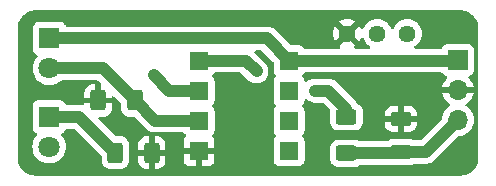
<source format=gbr>
%TF.GenerationSoftware,KiCad,Pcbnew,8.0.7*%
%TF.CreationDate,2026-02-24T14:52:02+05:30*%
%TF.ProjectId,IR Sensor,49522053-656e-4736-9f72-2e6b69636164,rev?*%
%TF.SameCoordinates,Original*%
%TF.FileFunction,Copper,L1,Top*%
%TF.FilePolarity,Positive*%
%FSLAX46Y46*%
G04 Gerber Fmt 4.6, Leading zero omitted, Abs format (unit mm)*
G04 Created by KiCad (PCBNEW 8.0.7) date 2026-02-24 14:52:02*
%MOMM*%
%LPD*%
G01*
G04 APERTURE LIST*
G04 Aperture macros list*
%AMRoundRect*
0 Rectangle with rounded corners*
0 $1 Rounding radius*
0 $2 $3 $4 $5 $6 $7 $8 $9 X,Y pos of 4 corners*
0 Add a 4 corners polygon primitive as box body*
4,1,4,$2,$3,$4,$5,$6,$7,$8,$9,$2,$3,0*
0 Add four circle primitives for the rounded corners*
1,1,$1+$1,$2,$3*
1,1,$1+$1,$4,$5*
1,1,$1+$1,$6,$7*
1,1,$1+$1,$8,$9*
0 Add four rect primitives between the rounded corners*
20,1,$1+$1,$2,$3,$4,$5,0*
20,1,$1+$1,$4,$5,$6,$7,0*
20,1,$1+$1,$6,$7,$8,$9,0*
20,1,$1+$1,$8,$9,$2,$3,0*%
G04 Aperture macros list end*
%TA.AperFunction,ComponentPad*%
%ADD10C,1.440000*%
%TD*%
%TA.AperFunction,SMDPad,CuDef*%
%ADD11RoundRect,0.250000X-0.400000X-0.625000X0.400000X-0.625000X0.400000X0.625000X-0.400000X0.625000X0*%
%TD*%
%TA.AperFunction,ComponentPad*%
%ADD12R,1.800000X1.800000*%
%TD*%
%TA.AperFunction,ComponentPad*%
%ADD13C,1.800000*%
%TD*%
%TA.AperFunction,SMDPad,CuDef*%
%ADD14RoundRect,0.250000X0.400000X0.625000X-0.400000X0.625000X-0.400000X-0.625000X0.400000X-0.625000X0*%
%TD*%
%TA.AperFunction,SMDPad,CuDef*%
%ADD15RoundRect,0.250000X-0.625000X0.375000X-0.625000X-0.375000X0.625000X-0.375000X0.625000X0.375000X0*%
%TD*%
%TA.AperFunction,ComponentPad*%
%ADD16R,1.700000X1.700000*%
%TD*%
%TA.AperFunction,ComponentPad*%
%ADD17O,1.700000X1.700000*%
%TD*%
%TA.AperFunction,SMDPad,CuDef*%
%ADD18R,1.600000X1.600000*%
%TD*%
%TA.AperFunction,SMDPad,CuDef*%
%ADD19RoundRect,0.250000X0.625000X-0.400000X0.625000X0.400000X-0.625000X0.400000X-0.625000X-0.400000X0*%
%TD*%
%TA.AperFunction,ViaPad*%
%ADD20C,0.300000*%
%TD*%
%TA.AperFunction,ViaPad*%
%ADD21C,0.600000*%
%TD*%
%TA.AperFunction,Conductor*%
%ADD22C,1.000000*%
%TD*%
G04 APERTURE END LIST*
D10*
%TO.P,RV1,1,1*%
%TO.N,+5V*%
X144476868Y-57465593D03*
%TO.P,RV1,2,2*%
%TO.N,Net-(U1A--)*%
X141936868Y-57465593D03*
%TO.P,RV1,3,3*%
%TO.N,GND*%
X139396868Y-57465593D03*
%TD*%
D11*
%TO.P,R1,1*%
%TO.N,Net-(D1-K)*%
X119754167Y-67547821D03*
%TO.P,R1,2*%
%TO.N,GND*%
X122854167Y-67547821D03*
%TD*%
D12*
%TO.P,D1,1,K*%
%TO.N,Net-(D1-K)*%
X114161931Y-64502840D03*
D13*
%TO.P,D1,2,A*%
%TO.N,+5V*%
X114161931Y-67042840D03*
%TD*%
D12*
%TO.P,D2,1,K*%
%TO.N,+5V*%
X114189867Y-57882102D03*
D13*
%TO.P,D2,2,A*%
%TO.N,Net-(D2-A)*%
X114189867Y-60422102D03*
%TD*%
D14*
%TO.P,R2,1*%
%TO.N,Net-(D2-A)*%
X121401516Y-63133996D03*
%TO.P,R2,2*%
%TO.N,GND*%
X118301516Y-63133996D03*
%TD*%
D15*
%TO.P,D3,1,K*%
%TO.N,GND*%
X143941051Y-64698862D03*
%TO.P,D3,2,A*%
%TO.N,OUT*%
X143941051Y-67498862D03*
%TD*%
D16*
%TO.P,J1,1,Pin_1*%
%TO.N,+5V*%
X148760415Y-59704166D03*
D17*
%TO.P,J1,2,Pin_2*%
%TO.N,GND*%
X148760415Y-62244166D03*
%TO.P,J1,3,Pin_3*%
%TO.N,OUT*%
X148760415Y-64784166D03*
%TD*%
D18*
%TO.P,LM358,1*%
%TO.N,Net-(R3-Pad2)*%
X126852641Y-59755339D03*
%TO.P,LM358,2,-*%
%TO.N,Net-(U1A--)*%
X126852641Y-62295339D03*
%TO.P,LM358,3,+*%
%TO.N,Net-(D2-A)*%
X126852641Y-64835339D03*
%TO.P,LM358,4,V-*%
%TO.N,GND*%
X126852641Y-67375339D03*
%TO.P,LM358,5*%
%TO.N,N/C*%
X134472641Y-67375339D03*
%TO.P,LM358,6*%
X134472641Y-64835339D03*
%TO.P,LM358,7*%
X134472641Y-62295339D03*
%TO.P,LM358,8,V+*%
%TO.N,+5V*%
X134472641Y-59755339D03*
%TD*%
D19*
%TO.P,R3,1*%
%TO.N,OUT*%
X139336645Y-67608166D03*
%TO.P,R3,2*%
%TO.N,Net-(R3-Pad2)*%
X139336645Y-64508166D03*
%TD*%
D20*
%TO.N,Net-(R3-Pad2)*%
X136670454Y-62307291D03*
X131720117Y-60670454D03*
D21*
%TO.N,Net-(U1A--)*%
X123000000Y-61000000D03*
%TD*%
D22*
%TO.N,Net-(D1-K)*%
X114161931Y-64502840D02*
X116709186Y-64502840D01*
X116709186Y-64502840D02*
X119754167Y-67547821D01*
%TO.N,+5V*%
X132599404Y-57882102D02*
X134472641Y-59755339D01*
X148709242Y-59755339D02*
X148760415Y-59704166D01*
X134472641Y-59755339D02*
X148709242Y-59755339D01*
X114189867Y-57882102D02*
X132599404Y-57882102D01*
%TO.N,Net-(D2-A)*%
X123102859Y-64835339D02*
X121401516Y-63133996D01*
X126836746Y-64819444D02*
X126852641Y-64835339D01*
X118689622Y-60422102D02*
X121401516Y-63133996D01*
X114189867Y-60422102D02*
X118689622Y-60422102D01*
X126852641Y-64835339D02*
X123102859Y-64835339D01*
%TO.N,OUT*%
X139336645Y-67608166D02*
X143831747Y-67608166D01*
X143941051Y-67498862D02*
X146045719Y-67498862D01*
X146045719Y-67498862D02*
X148760415Y-64784166D01*
X143831747Y-67608166D02*
X143941051Y-67498862D01*
%TO.N,Net-(R3-Pad2)*%
X137779092Y-62307291D02*
X139336645Y-63864844D01*
X139336645Y-63864844D02*
X139336645Y-64508166D01*
X130805002Y-59755339D02*
X131720117Y-60670454D01*
X126852641Y-59755339D02*
X130805002Y-59755339D01*
X136670454Y-62307291D02*
X137779092Y-62307291D01*
%TO.N,Net-(U1A--)*%
X124295339Y-62295339D02*
X123000000Y-61000000D01*
X126852641Y-62295339D02*
X124295339Y-62295339D01*
%TD*%
%TA.AperFunction,Conductor*%
%TO.N,GND*%
G36*
X140418451Y-58133622D02*
G01*
X140457454Y-58077922D01*
X140549942Y-57879579D01*
X140596114Y-57827140D01*
X140663308Y-57807987D01*
X140730189Y-57828202D01*
X140775524Y-57881367D01*
X140777359Y-57885898D01*
X140868892Y-58082190D01*
X140868894Y-58082194D01*
X140992187Y-58258275D01*
X141144185Y-58410273D01*
X141302697Y-58521264D01*
X141346322Y-58575841D01*
X141353516Y-58645339D01*
X141321993Y-58707694D01*
X141261763Y-58743108D01*
X141231574Y-58746839D01*
X140087341Y-58746839D01*
X140020302Y-58727154D01*
X139974547Y-58674350D01*
X139964603Y-58605192D01*
X139993628Y-58541636D01*
X140016216Y-58521265D01*
X140064898Y-58487176D01*
X139443315Y-57865593D01*
X139449529Y-57865593D01*
X139551262Y-57838334D01*
X139642474Y-57785673D01*
X139716948Y-57711199D01*
X139769609Y-57619987D01*
X139796868Y-57518254D01*
X139796868Y-57512039D01*
X140418451Y-58133622D01*
G37*
%TD.AperFunction*%
%TA.AperFunction,Conductor*%
G36*
X149004418Y-55500816D02*
G01*
X149204561Y-55515130D01*
X149222063Y-55517647D01*
X149413797Y-55559355D01*
X149430755Y-55564334D01*
X149614609Y-55632909D01*
X149630701Y-55640259D01*
X149802904Y-55734288D01*
X149817784Y-55743849D01*
X149974867Y-55861441D01*
X149988237Y-55873027D01*
X150126972Y-56011762D01*
X150138558Y-56025132D01*
X150256146Y-56182210D01*
X150265711Y-56197095D01*
X150359740Y-56369298D01*
X150367090Y-56385390D01*
X150435662Y-56569236D01*
X150440646Y-56586212D01*
X150482351Y-56777931D01*
X150484869Y-56795442D01*
X150499184Y-56995580D01*
X150499500Y-57004427D01*
X150499500Y-67995572D01*
X150499184Y-68004419D01*
X150484869Y-68204557D01*
X150482351Y-68222068D01*
X150440646Y-68413787D01*
X150435662Y-68430763D01*
X150367090Y-68614609D01*
X150359740Y-68630701D01*
X150265711Y-68802904D01*
X150256146Y-68817789D01*
X150138558Y-68974867D01*
X150126972Y-68988237D01*
X149988237Y-69126972D01*
X149974867Y-69138558D01*
X149817789Y-69256146D01*
X149802904Y-69265711D01*
X149630701Y-69359740D01*
X149614609Y-69367090D01*
X149430763Y-69435662D01*
X149413787Y-69440646D01*
X149222068Y-69482351D01*
X149204557Y-69484869D01*
X149023779Y-69497799D01*
X149004417Y-69499184D01*
X148995572Y-69499500D01*
X113004428Y-69499500D01*
X112995582Y-69499184D01*
X112973622Y-69497613D01*
X112795442Y-69484869D01*
X112777931Y-69482351D01*
X112586212Y-69440646D01*
X112569236Y-69435662D01*
X112385390Y-69367090D01*
X112369298Y-69359740D01*
X112197095Y-69265711D01*
X112182210Y-69256146D01*
X112025132Y-69138558D01*
X112011762Y-69126972D01*
X111873027Y-68988237D01*
X111861441Y-68974867D01*
X111814623Y-68912326D01*
X111743849Y-68817784D01*
X111734288Y-68802904D01*
X111640259Y-68630701D01*
X111632909Y-68614609D01*
X111604559Y-68538600D01*
X111564334Y-68430755D01*
X111559355Y-68413797D01*
X111517647Y-68222063D01*
X111515130Y-68204556D01*
X111506411Y-68082654D01*
X111500816Y-68004418D01*
X111500500Y-67995572D01*
X111500500Y-67042834D01*
X112748604Y-67042834D01*
X112748604Y-67042845D01*
X112767879Y-67275462D01*
X112825182Y-67501747D01*
X112918946Y-67715508D01*
X113046617Y-67910924D01*
X113182665Y-68058710D01*
X113204711Y-68082658D01*
X113388914Y-68226030D01*
X113388916Y-68226031D01*
X113388919Y-68226033D01*
X113492735Y-68282215D01*
X113594204Y-68337127D01*
X113708845Y-68376483D01*
X113814976Y-68412919D01*
X113814978Y-68412919D01*
X113814980Y-68412920D01*
X114045219Y-68451340D01*
X114045220Y-68451340D01*
X114278642Y-68451340D01*
X114278643Y-68451340D01*
X114508882Y-68412920D01*
X114729658Y-68337127D01*
X114934948Y-68226030D01*
X115119151Y-68082658D01*
X115277245Y-67910923D01*
X115404915Y-67715509D01*
X115498680Y-67501747D01*
X115555982Y-67275466D01*
X115575258Y-67042840D01*
X115555982Y-66810214D01*
X115498680Y-66583933D01*
X115404915Y-66370171D01*
X115318867Y-66238464D01*
X115277244Y-66174755D01*
X115190074Y-66080064D01*
X115159151Y-66017410D01*
X115167011Y-65947984D01*
X115211158Y-65893828D01*
X115237963Y-65879901D01*
X115308135Y-65853729D01*
X115425192Y-65766101D01*
X115512820Y-65649044D01*
X115534095Y-65592005D01*
X115575967Y-65536072D01*
X115641431Y-65511656D01*
X115650276Y-65511340D01*
X116240090Y-65511340D01*
X116307129Y-65531025D01*
X116327771Y-65547659D01*
X118559348Y-67779236D01*
X118592833Y-67840559D01*
X118595667Y-67866917D01*
X118595667Y-68223358D01*
X118595668Y-68223374D01*
X118606280Y-68327248D01*
X118662051Y-68495556D01*
X118662053Y-68495561D01*
X118684855Y-68532529D01*
X118755137Y-68646473D01*
X118880515Y-68771851D01*
X119031429Y-68864936D01*
X119199741Y-68920708D01*
X119303622Y-68931321D01*
X120204711Y-68931320D01*
X120308593Y-68920708D01*
X120476905Y-68864936D01*
X120627819Y-68771851D01*
X120753197Y-68646473D01*
X120846282Y-68495559D01*
X120902054Y-68327247D01*
X120912667Y-68223366D01*
X120912667Y-68222807D01*
X121704168Y-68222807D01*
X121714661Y-68325518D01*
X121769808Y-68491940D01*
X121769810Y-68491945D01*
X121861851Y-68641166D01*
X121985821Y-68765136D01*
X122135042Y-68857177D01*
X122135047Y-68857179D01*
X122301469Y-68912326D01*
X122301476Y-68912327D01*
X122404186Y-68922820D01*
X122604166Y-68922820D01*
X123104167Y-68922820D01*
X123304139Y-68922820D01*
X123304153Y-68922819D01*
X123406864Y-68912326D01*
X123573286Y-68857179D01*
X123573291Y-68857177D01*
X123722512Y-68765136D01*
X123846482Y-68641166D01*
X123938523Y-68491945D01*
X123938525Y-68491940D01*
X123993672Y-68325518D01*
X123993673Y-68325511D01*
X124004128Y-68223183D01*
X125552641Y-68223183D01*
X125559042Y-68282711D01*
X125559044Y-68282718D01*
X125609286Y-68417425D01*
X125609290Y-68417432D01*
X125695450Y-68532526D01*
X125695453Y-68532529D01*
X125810547Y-68618689D01*
X125810554Y-68618693D01*
X125945261Y-68668935D01*
X125945268Y-68668937D01*
X126004796Y-68675338D01*
X126004813Y-68675339D01*
X126602641Y-68675339D01*
X127102641Y-68675339D01*
X127700469Y-68675339D01*
X127700485Y-68675338D01*
X127760013Y-68668937D01*
X127760020Y-68668935D01*
X127894727Y-68618693D01*
X127894734Y-68618689D01*
X128009828Y-68532529D01*
X128009831Y-68532526D01*
X128095991Y-68417432D01*
X128095995Y-68417425D01*
X128146237Y-68282718D01*
X128146239Y-68282711D01*
X128152640Y-68223183D01*
X128152641Y-68223166D01*
X128152641Y-67625339D01*
X127102641Y-67625339D01*
X127102641Y-68675339D01*
X126602641Y-68675339D01*
X126602641Y-67625339D01*
X125552641Y-67625339D01*
X125552641Y-68223183D01*
X124004128Y-68223183D01*
X124004166Y-68222807D01*
X124004167Y-68222794D01*
X124004167Y-67797821D01*
X123104167Y-67797821D01*
X123104167Y-68922820D01*
X122604166Y-68922820D01*
X122604167Y-68922819D01*
X122604167Y-67797821D01*
X121704168Y-67797821D01*
X121704168Y-68222807D01*
X120912667Y-68222807D01*
X120912666Y-66872834D01*
X121704167Y-66872834D01*
X121704167Y-67297821D01*
X122604167Y-67297821D01*
X123104167Y-67297821D01*
X124004166Y-67297821D01*
X124004166Y-66872849D01*
X124004165Y-66872834D01*
X123993672Y-66770123D01*
X123938525Y-66603701D01*
X123938523Y-66603696D01*
X123846482Y-66454475D01*
X123722512Y-66330505D01*
X123573291Y-66238464D01*
X123573286Y-66238462D01*
X123406864Y-66183315D01*
X123406857Y-66183314D01*
X123304153Y-66172821D01*
X123104167Y-66172821D01*
X123104167Y-67297821D01*
X122604167Y-67297821D01*
X122604167Y-66172821D01*
X122404196Y-66172821D01*
X122404179Y-66172822D01*
X122301469Y-66183315D01*
X122135047Y-66238462D01*
X122135042Y-66238464D01*
X121985821Y-66330505D01*
X121861851Y-66454475D01*
X121769810Y-66603696D01*
X121769808Y-66603701D01*
X121714661Y-66770123D01*
X121714660Y-66770130D01*
X121704167Y-66872834D01*
X120912666Y-66872834D01*
X120912666Y-66872277D01*
X120902054Y-66768395D01*
X120846282Y-66600083D01*
X120753197Y-66449169D01*
X120627819Y-66323791D01*
X120489483Y-66238464D01*
X120476907Y-66230707D01*
X120476902Y-66230705D01*
X120308594Y-66174934D01*
X120204719Y-66164321D01*
X120204712Y-66164321D01*
X119848263Y-66164321D01*
X119781224Y-66144636D01*
X119760582Y-66128002D01*
X118353256Y-64720676D01*
X118319771Y-64659353D01*
X118324755Y-64589661D01*
X118366627Y-64533728D01*
X118432091Y-64509311D01*
X118440937Y-64508995D01*
X118751488Y-64508995D01*
X118751502Y-64508994D01*
X118854213Y-64498501D01*
X119020635Y-64443354D01*
X119020640Y-64443352D01*
X119169861Y-64351311D01*
X119293831Y-64227341D01*
X119385872Y-64078120D01*
X119385874Y-64078115D01*
X119441021Y-63911693D01*
X119441022Y-63911686D01*
X119451515Y-63808982D01*
X119451516Y-63808969D01*
X119451516Y-63383996D01*
X117151518Y-63383996D01*
X117151516Y-63383997D01*
X117151516Y-63411474D01*
X117131831Y-63478513D01*
X117079026Y-63524267D01*
X117009867Y-63534210D01*
X117003325Y-63533089D01*
X116808519Y-63494340D01*
X116808515Y-63494340D01*
X115650276Y-63494340D01*
X115583237Y-63474655D01*
X115537482Y-63421851D01*
X115534095Y-63413675D01*
X115516262Y-63365865D01*
X115512820Y-63356636D01*
X115425192Y-63239579D01*
X115308135Y-63151951D01*
X115286756Y-63143977D01*
X115171134Y-63100851D01*
X115110585Y-63094340D01*
X115110569Y-63094340D01*
X113213293Y-63094340D01*
X113213276Y-63094340D01*
X113152728Y-63100851D01*
X113152726Y-63100851D01*
X113015726Y-63151951D01*
X112898670Y-63239579D01*
X112811042Y-63356635D01*
X112759942Y-63493635D01*
X112759942Y-63493637D01*
X112753431Y-63554185D01*
X112753431Y-65451494D01*
X112759942Y-65512042D01*
X112759942Y-65512044D01*
X112800743Y-65621431D01*
X112811042Y-65649044D01*
X112898670Y-65766101D01*
X113015727Y-65853729D01*
X113015726Y-65853729D01*
X113085892Y-65879900D01*
X113141826Y-65921771D01*
X113166242Y-65987236D01*
X113151390Y-66055509D01*
X113133788Y-66080064D01*
X113046614Y-66174759D01*
X112918946Y-66370171D01*
X112825182Y-66583932D01*
X112767879Y-66810217D01*
X112748604Y-67042834D01*
X111500500Y-67042834D01*
X111500500Y-62459009D01*
X117151516Y-62459009D01*
X117151516Y-62883996D01*
X118051516Y-62883996D01*
X118051516Y-61758996D01*
X117851545Y-61758996D01*
X117851528Y-61758997D01*
X117748818Y-61769490D01*
X117582396Y-61824637D01*
X117582391Y-61824639D01*
X117433170Y-61916680D01*
X117309200Y-62040650D01*
X117217159Y-62189871D01*
X117217157Y-62189876D01*
X117162010Y-62356298D01*
X117162009Y-62356305D01*
X117151516Y-62459009D01*
X111500500Y-62459009D01*
X111500500Y-60422096D01*
X112776540Y-60422096D01*
X112776540Y-60422107D01*
X112795815Y-60654724D01*
X112795815Y-60654727D01*
X112795816Y-60654728D01*
X112808757Y-60705831D01*
X112853118Y-60881009D01*
X112946882Y-61094770D01*
X113074553Y-61290186D01*
X113232643Y-61461916D01*
X113232647Y-61461920D01*
X113416850Y-61605292D01*
X113416852Y-61605293D01*
X113416855Y-61605295D01*
X113526091Y-61664410D01*
X113622140Y-61716389D01*
X113689754Y-61739601D01*
X113842912Y-61792181D01*
X113842914Y-61792181D01*
X113842916Y-61792182D01*
X114073155Y-61830602D01*
X114073156Y-61830602D01*
X114306578Y-61830602D01*
X114306579Y-61830602D01*
X114536818Y-61792182D01*
X114536938Y-61792141D01*
X114602917Y-61769490D01*
X114757594Y-61716389D01*
X114962884Y-61605292D01*
X115147087Y-61461920D01*
X115147087Y-61461919D01*
X115151134Y-61458770D01*
X115152159Y-61460086D01*
X115208181Y-61432447D01*
X115229493Y-61430602D01*
X118220526Y-61430602D01*
X118287565Y-61450287D01*
X118308207Y-61466921D01*
X118515197Y-61673911D01*
X118548682Y-61735234D01*
X118551516Y-61761592D01*
X118551516Y-62883996D01*
X119451515Y-62883996D01*
X119462154Y-62873356D01*
X119471200Y-62842552D01*
X119524004Y-62796797D01*
X119593162Y-62786853D01*
X119656718Y-62815878D01*
X119663196Y-62821910D01*
X120206697Y-63365411D01*
X120240182Y-63426734D01*
X120243016Y-63453092D01*
X120243016Y-63809533D01*
X120243017Y-63809549D01*
X120253629Y-63913423D01*
X120264722Y-63946900D01*
X120309401Y-64081734D01*
X120402486Y-64232648D01*
X120527864Y-64358026D01*
X120678778Y-64451111D01*
X120847090Y-64506883D01*
X120950971Y-64517496D01*
X121307419Y-64517495D01*
X121374458Y-64537179D01*
X121395100Y-64553814D01*
X122319506Y-65478220D01*
X122433291Y-65592005D01*
X122459979Y-65618693D01*
X122625148Y-65729056D01*
X122625154Y-65729059D01*
X122625155Y-65729060D01*
X122808690Y-65805083D01*
X123003525Y-65843838D01*
X123003529Y-65843839D01*
X123003530Y-65843839D01*
X125511457Y-65843839D01*
X125578496Y-65863524D01*
X125610723Y-65893527D01*
X125689380Y-65998600D01*
X125706454Y-66011381D01*
X125748324Y-66067314D01*
X125753308Y-66137005D01*
X125719823Y-66198328D01*
X125706458Y-66209910D01*
X125695452Y-66218149D01*
X125695450Y-66218151D01*
X125609290Y-66333245D01*
X125609286Y-66333252D01*
X125559044Y-66467959D01*
X125559042Y-66467966D01*
X125552641Y-66527494D01*
X125552641Y-67125339D01*
X128152641Y-67125339D01*
X128152641Y-66527511D01*
X128152640Y-66527494D01*
X128146239Y-66467966D01*
X128146237Y-66467959D01*
X128095995Y-66333252D01*
X128095991Y-66333245D01*
X128009831Y-66218151D01*
X128009829Y-66218149D01*
X127998826Y-66209912D01*
X127956956Y-66153977D01*
X127951973Y-66084286D01*
X127985460Y-66022963D01*
X127998821Y-66011386D01*
X128015902Y-65998600D01*
X128103530Y-65881543D01*
X128154630Y-65744540D01*
X128158232Y-65711031D01*
X128161140Y-65683993D01*
X128161141Y-65683976D01*
X128161141Y-63986701D01*
X128161140Y-63986684D01*
X128156243Y-63941144D01*
X128154630Y-63926138D01*
X128149887Y-63913422D01*
X128111144Y-63809549D01*
X128103530Y-63789135D01*
X128015902Y-63672078D01*
X128005919Y-63664605D01*
X127964049Y-63608674D01*
X127959063Y-63538983D01*
X127992547Y-63477659D01*
X128005919Y-63466073D01*
X128015902Y-63458600D01*
X128103530Y-63341543D01*
X128154630Y-63204540D01*
X128160284Y-63151951D01*
X128161140Y-63143993D01*
X128161141Y-63143976D01*
X128161141Y-61446701D01*
X128161140Y-61446684D01*
X128157579Y-61413568D01*
X128154630Y-61386138D01*
X128103530Y-61249135D01*
X128015902Y-61132078D01*
X128005919Y-61124605D01*
X127964049Y-61068674D01*
X127959063Y-60998983D01*
X127992547Y-60937659D01*
X128005919Y-60926073D01*
X128015902Y-60918600D01*
X128094558Y-60813527D01*
X128150492Y-60771657D01*
X128193825Y-60763839D01*
X130335906Y-60763839D01*
X130402945Y-60783524D01*
X130423587Y-60800158D01*
X131077232Y-61453804D01*
X131077236Y-61453807D01*
X131242406Y-61564171D01*
X131242415Y-61564176D01*
X131283992Y-61581397D01*
X131425949Y-61640198D01*
X131547671Y-61664410D01*
X131620783Y-61678953D01*
X131620786Y-61678954D01*
X131620788Y-61678954D01*
X131819448Y-61678954D01*
X131819449Y-61678953D01*
X132014285Y-61640198D01*
X132197821Y-61564175D01*
X132362998Y-61453807D01*
X132503470Y-61313335D01*
X132613838Y-61148158D01*
X132689861Y-60964622D01*
X132728617Y-60769783D01*
X132728617Y-60571125D01*
X132728617Y-60571122D01*
X132728616Y-60571120D01*
X132689862Y-60376293D01*
X132689861Y-60376286D01*
X132623737Y-60216649D01*
X132613839Y-60192752D01*
X132613834Y-60192743D01*
X132503470Y-60027573D01*
X132503467Y-60027569D01*
X131578181Y-59102283D01*
X131544696Y-59040960D01*
X131549680Y-58971268D01*
X131591552Y-58915335D01*
X131657016Y-58890918D01*
X131665862Y-58890602D01*
X132130308Y-58890602D01*
X132197347Y-58910287D01*
X132217989Y-58926921D01*
X133127822Y-59836754D01*
X133161307Y-59898077D01*
X133164141Y-59924435D01*
X133164141Y-60603993D01*
X133170652Y-60664541D01*
X133170652Y-60664543D01*
X133221752Y-60801543D01*
X133309380Y-60918600D01*
X133319363Y-60926073D01*
X133361233Y-60982007D01*
X133366217Y-61051699D01*
X133332731Y-61113021D01*
X133319363Y-61124605D01*
X133309380Y-61132077D01*
X133221752Y-61249134D01*
X133170652Y-61386134D01*
X133170652Y-61386136D01*
X133164141Y-61446684D01*
X133164141Y-63143993D01*
X133170652Y-63204541D01*
X133170652Y-63204543D01*
X133221752Y-63341543D01*
X133309380Y-63458600D01*
X133319363Y-63466073D01*
X133361233Y-63522007D01*
X133366217Y-63591699D01*
X133332731Y-63653021D01*
X133319363Y-63664605D01*
X133309380Y-63672077D01*
X133221752Y-63789134D01*
X133170652Y-63926134D01*
X133170652Y-63926136D01*
X133164141Y-63986684D01*
X133164141Y-65683993D01*
X133170652Y-65744541D01*
X133170652Y-65744543D01*
X133221752Y-65881543D01*
X133309380Y-65998600D01*
X133319363Y-66006073D01*
X133361233Y-66062007D01*
X133366217Y-66131699D01*
X133332731Y-66193021D01*
X133319363Y-66204605D01*
X133309380Y-66212077D01*
X133221752Y-66329134D01*
X133170652Y-66466134D01*
X133170652Y-66466136D01*
X133164141Y-66526684D01*
X133164141Y-68223993D01*
X133170652Y-68284541D01*
X133170652Y-68284543D01*
X133210949Y-68392579D01*
X133221752Y-68421543D01*
X133309380Y-68538600D01*
X133426437Y-68626228D01*
X133540938Y-68668935D01*
X133558104Y-68675338D01*
X133563440Y-68677328D01*
X133590691Y-68680257D01*
X133623986Y-68683838D01*
X133624003Y-68683839D01*
X135321279Y-68683839D01*
X135321295Y-68683838D01*
X135348333Y-68680930D01*
X135381842Y-68677328D01*
X135387178Y-68675338D01*
X135404344Y-68668935D01*
X135518845Y-68626228D01*
X135635902Y-68538600D01*
X135723530Y-68421543D01*
X135774630Y-68284540D01*
X135778232Y-68251031D01*
X135781140Y-68223993D01*
X135781141Y-68223976D01*
X135781141Y-66526701D01*
X135781140Y-66526684D01*
X135777234Y-66490362D01*
X135774630Y-66466138D01*
X135768486Y-66449666D01*
X135752163Y-66405903D01*
X135723530Y-66329135D01*
X135635902Y-66212078D01*
X135625919Y-66204605D01*
X135584049Y-66148674D01*
X135579063Y-66078983D01*
X135612547Y-66017659D01*
X135625919Y-66006073D01*
X135635902Y-65998600D01*
X135723530Y-65881543D01*
X135774630Y-65744540D01*
X135778232Y-65711031D01*
X135781140Y-65683993D01*
X135781141Y-65683976D01*
X135781141Y-63986701D01*
X135781140Y-63986684D01*
X135776243Y-63941144D01*
X135774630Y-63926138D01*
X135769887Y-63913422D01*
X135731144Y-63809549D01*
X135723530Y-63789135D01*
X135635902Y-63672078D01*
X135625919Y-63664605D01*
X135584049Y-63608674D01*
X135579063Y-63538983D01*
X135612547Y-63477659D01*
X135625919Y-63466073D01*
X135635902Y-63458600D01*
X135723530Y-63341543D01*
X135774630Y-63204540D01*
X135780284Y-63151951D01*
X135781140Y-63143993D01*
X135781141Y-63143976D01*
X135781141Y-63143575D01*
X135781167Y-63143485D01*
X135781318Y-63140670D01*
X135781496Y-63140679D01*
X135781497Y-63140674D01*
X135781600Y-63140685D01*
X135781983Y-63140705D01*
X135800826Y-63076536D01*
X135853630Y-63030781D01*
X135922788Y-63020837D01*
X135986344Y-63049862D01*
X135992822Y-63055894D01*
X136027569Y-63090641D01*
X136027573Y-63090644D01*
X136192743Y-63201008D01*
X136192752Y-63201013D01*
X136234328Y-63218234D01*
X136376285Y-63277035D01*
X136571120Y-63315790D01*
X136571124Y-63315791D01*
X136571125Y-63315791D01*
X137309996Y-63315791D01*
X137377035Y-63335476D01*
X137397677Y-63352110D01*
X137925387Y-63879821D01*
X137958872Y-63941144D01*
X137961064Y-63980104D01*
X137953145Y-64057611D01*
X137953145Y-64958703D01*
X137953146Y-64958719D01*
X137963758Y-65062593D01*
X137984056Y-65123848D01*
X138019530Y-65230904D01*
X138112615Y-65381818D01*
X138237993Y-65507196D01*
X138388907Y-65600281D01*
X138557219Y-65656053D01*
X138661100Y-65666666D01*
X140012189Y-65666665D01*
X140116071Y-65656053D01*
X140284383Y-65600281D01*
X140435297Y-65507196D01*
X140560675Y-65381818D01*
X140653760Y-65230904D01*
X140689234Y-65123848D01*
X142566052Y-65123848D01*
X142576545Y-65226559D01*
X142631692Y-65392981D01*
X142631694Y-65392986D01*
X142723735Y-65542207D01*
X142847705Y-65666177D01*
X142996926Y-65758218D01*
X142996931Y-65758220D01*
X143163353Y-65813367D01*
X143163360Y-65813368D01*
X143266070Y-65823861D01*
X143691050Y-65823861D01*
X144191051Y-65823861D01*
X144616023Y-65823861D01*
X144616037Y-65823860D01*
X144718748Y-65813367D01*
X144885170Y-65758220D01*
X144885175Y-65758218D01*
X145034396Y-65666177D01*
X145158366Y-65542207D01*
X145250407Y-65392986D01*
X145250409Y-65392981D01*
X145305556Y-65226559D01*
X145305557Y-65226552D01*
X145316050Y-65123848D01*
X145316051Y-65123835D01*
X145316051Y-64948862D01*
X144191051Y-64948862D01*
X144191051Y-65823861D01*
X143691050Y-65823861D01*
X143691051Y-65823860D01*
X143691051Y-64948862D01*
X142566052Y-64948862D01*
X142566052Y-65123848D01*
X140689234Y-65123848D01*
X140709532Y-65062592D01*
X140720145Y-64958711D01*
X140720144Y-64273875D01*
X142566051Y-64273875D01*
X142566051Y-64448862D01*
X143691051Y-64448862D01*
X144191051Y-64448862D01*
X145316050Y-64448862D01*
X145316050Y-64273890D01*
X145316049Y-64273875D01*
X145305556Y-64171164D01*
X145250409Y-64004742D01*
X145250407Y-64004737D01*
X145158366Y-63855516D01*
X145034396Y-63731546D01*
X144885175Y-63639505D01*
X144885170Y-63639503D01*
X144718748Y-63584356D01*
X144718741Y-63584355D01*
X144616037Y-63573862D01*
X144191051Y-63573862D01*
X144191051Y-64448862D01*
X143691051Y-64448862D01*
X143691051Y-63573862D01*
X143266079Y-63573862D01*
X143266063Y-63573863D01*
X143163353Y-63584356D01*
X142996931Y-63639503D01*
X142996926Y-63639505D01*
X142847705Y-63731546D01*
X142723735Y-63855516D01*
X142631694Y-64004737D01*
X142631692Y-64004742D01*
X142576545Y-64171164D01*
X142576544Y-64171171D01*
X142566051Y-64273875D01*
X140720144Y-64273875D01*
X140720144Y-64057622D01*
X140709532Y-63953740D01*
X140653760Y-63785428D01*
X140560675Y-63634514D01*
X140435297Y-63509136D01*
X140284383Y-63416051D01*
X140284382Y-63416050D01*
X140284381Y-63416050D01*
X140280246Y-63414680D01*
X140222802Y-63374906D01*
X140216159Y-63365878D01*
X140119999Y-63221963D01*
X140119997Y-63221960D01*
X140119996Y-63221959D01*
X138421976Y-61523940D01*
X138421972Y-61523937D01*
X138256802Y-61413573D01*
X138256793Y-61413568D01*
X138204350Y-61391846D01*
X138073261Y-61337547D01*
X138073253Y-61337545D01*
X137878425Y-61298791D01*
X137878421Y-61298791D01*
X136571125Y-61298791D01*
X136571120Y-61298791D01*
X136376292Y-61337545D01*
X136376284Y-61337547D01*
X136192752Y-61413568D01*
X136192743Y-61413573D01*
X136027573Y-61523937D01*
X136027569Y-61523940D01*
X135992822Y-61558688D01*
X135931499Y-61592173D01*
X135861807Y-61587189D01*
X135805874Y-61545317D01*
X135781457Y-61479853D01*
X135781141Y-61471007D01*
X135781141Y-61446701D01*
X135781140Y-61446684D01*
X135777579Y-61413568D01*
X135774630Y-61386138D01*
X135723530Y-61249135D01*
X135635902Y-61132078D01*
X135625919Y-61124605D01*
X135584049Y-61068674D01*
X135579063Y-60998983D01*
X135612547Y-60937659D01*
X135625919Y-60926073D01*
X135635902Y-60918600D01*
X135714558Y-60813527D01*
X135770492Y-60771657D01*
X135813825Y-60763839D01*
X147370109Y-60763839D01*
X147437148Y-60783524D01*
X147469375Y-60813527D01*
X147547154Y-60917427D01*
X147664211Y-61005055D01*
X147793797Y-61053388D01*
X147849728Y-61095259D01*
X147874145Y-61160723D01*
X147859293Y-61228996D01*
X147838143Y-61257250D01*
X147722301Y-61373092D01*
X147586815Y-61566586D01*
X147586814Y-61566588D01*
X147486985Y-61780673D01*
X147486982Y-61780679D01*
X147429779Y-61994165D01*
X147429779Y-61994166D01*
X148327403Y-61994166D01*
X148294490Y-62051173D01*
X148260415Y-62178340D01*
X148260415Y-62309992D01*
X148294490Y-62437159D01*
X148327403Y-62494166D01*
X147429779Y-62494166D01*
X147486982Y-62707652D01*
X147486985Y-62707658D01*
X147586814Y-62921744D01*
X147722309Y-63115248D01*
X147889332Y-63282271D01*
X148070217Y-63408929D01*
X148113842Y-63463506D01*
X148121034Y-63533005D01*
X148089512Y-63595359D01*
X148058112Y-63619558D01*
X148014842Y-63642975D01*
X148014837Y-63642978D01*
X147837176Y-63781258D01*
X147837171Y-63781263D01*
X147684699Y-63946889D01*
X147684691Y-63946900D01*
X147561555Y-64135373D01*
X147471118Y-64341551D01*
X147415851Y-64559794D01*
X147415849Y-64559806D01*
X147406711Y-64670088D01*
X147381558Y-64735273D01*
X147370816Y-64747529D01*
X145664304Y-66454043D01*
X145602981Y-66487528D01*
X145576623Y-66490362D01*
X145018986Y-66490362D01*
X144953890Y-66471901D01*
X144888786Y-66431745D01*
X144720479Y-66375975D01*
X144616596Y-66365362D01*
X143265513Y-66365362D01*
X143265497Y-66365363D01*
X143161623Y-66375975D01*
X142993315Y-66431746D01*
X142993310Y-66431748D01*
X142842397Y-66524833D01*
X142803884Y-66563347D01*
X142742561Y-66596832D01*
X142716203Y-66599666D01*
X140455111Y-66599666D01*
X140390014Y-66581205D01*
X140361062Y-66563347D01*
X140284383Y-66516051D01*
X140284382Y-66516050D01*
X140284378Y-66516048D01*
X140116073Y-66460279D01*
X140012190Y-66449666D01*
X138661107Y-66449666D01*
X138661091Y-66449667D01*
X138557217Y-66460279D01*
X138388909Y-66516050D01*
X138388904Y-66516052D01*
X138237991Y-66609137D01*
X138112616Y-66734512D01*
X138019531Y-66885425D01*
X138019529Y-66885430D01*
X137963758Y-67053738D01*
X137953145Y-67157613D01*
X137953145Y-68058703D01*
X137953146Y-68058719D01*
X137963758Y-68162593D01*
X138019529Y-68330901D01*
X138019531Y-68330906D01*
X138054787Y-68388064D01*
X138112615Y-68481818D01*
X138237993Y-68607196D01*
X138388907Y-68700281D01*
X138557219Y-68756053D01*
X138661100Y-68766666D01*
X140012189Y-68766665D01*
X140116071Y-68756053D01*
X140199493Y-68728409D01*
X140284378Y-68700283D01*
X140284379Y-68700282D01*
X140284383Y-68700281D01*
X140390014Y-68635126D01*
X140455111Y-68616666D01*
X143126275Y-68616666D01*
X143154801Y-68621270D01*
X143155002Y-68620332D01*
X143161619Y-68621748D01*
X143161623Y-68621748D01*
X143161625Y-68621749D01*
X143265506Y-68632362D01*
X144616595Y-68632361D01*
X144720477Y-68621749D01*
X144888786Y-68565978D01*
X144888787Y-68565978D01*
X144953890Y-68525823D01*
X145018986Y-68507362D01*
X146145049Y-68507362D01*
X146145050Y-68507361D01*
X146339888Y-68468606D01*
X146523423Y-68392583D01*
X146688600Y-68282215D01*
X146829072Y-68141743D01*
X148791958Y-66178856D01*
X148853279Y-66145373D01*
X148869408Y-66142962D01*
X148872971Y-66142666D01*
X148872984Y-66142666D01*
X149095050Y-66105610D01*
X149307989Y-66032508D01*
X149505991Y-65925355D01*
X149683655Y-65787072D01*
X149794499Y-65666665D01*
X149836130Y-65621442D01*
X149836131Y-65621440D01*
X149836137Y-65621434D01*
X149959275Y-65432957D01*
X150049711Y-65226782D01*
X150104979Y-65008534D01*
X150123571Y-64784166D01*
X150120535Y-64747529D01*
X150104980Y-64559806D01*
X150104978Y-64559794D01*
X150049711Y-64341551D01*
X150020032Y-64273890D01*
X149959275Y-64135375D01*
X149921868Y-64078120D01*
X149873925Y-64004737D01*
X149836137Y-63946898D01*
X149836134Y-63946895D01*
X149836130Y-63946889D01*
X149683658Y-63781263D01*
X149683653Y-63781258D01*
X149565212Y-63689071D01*
X149505992Y-63642977D01*
X149462718Y-63619559D01*
X149413128Y-63570339D01*
X149398020Y-63502123D01*
X149422190Y-63436567D01*
X149450613Y-63408929D01*
X149631494Y-63282274D01*
X149798520Y-63115248D01*
X149934015Y-62921744D01*
X150033844Y-62707658D01*
X150033847Y-62707652D01*
X150091051Y-62494166D01*
X149193427Y-62494166D01*
X149226340Y-62437159D01*
X149260415Y-62309992D01*
X149260415Y-62178340D01*
X149226340Y-62051173D01*
X149193427Y-61994166D01*
X150091051Y-61994166D01*
X150091050Y-61994165D01*
X150033847Y-61780679D01*
X150033844Y-61780673D01*
X149934015Y-61566588D01*
X149934014Y-61566586D01*
X149798528Y-61373092D01*
X149798523Y-61373086D01*
X149682687Y-61257250D01*
X149649202Y-61195927D01*
X149654186Y-61126235D01*
X149696058Y-61070302D01*
X149727027Y-61053390D01*
X149856619Y-61005055D01*
X149973676Y-60917427D01*
X150061304Y-60800370D01*
X150111966Y-60664541D01*
X150112403Y-60663370D01*
X150112403Y-60663369D01*
X150112404Y-60663367D01*
X150116006Y-60629858D01*
X150118914Y-60602820D01*
X150118915Y-60602803D01*
X150118915Y-58805528D01*
X150118914Y-58805511D01*
X150112571Y-58746523D01*
X150112404Y-58744965D01*
X150111711Y-58743108D01*
X150075245Y-58645339D01*
X150061304Y-58607962D01*
X149973676Y-58490905D01*
X149856619Y-58403277D01*
X149719618Y-58352177D01*
X149659069Y-58345666D01*
X149659053Y-58345666D01*
X147861777Y-58345666D01*
X147861760Y-58345666D01*
X147801212Y-58352177D01*
X147801210Y-58352177D01*
X147664210Y-58403277D01*
X147547154Y-58490905D01*
X147459527Y-58607959D01*
X147459526Y-58607962D01*
X147437813Y-58666175D01*
X147395943Y-58722106D01*
X147330479Y-58746523D01*
X147321633Y-58746839D01*
X145182162Y-58746839D01*
X145115123Y-58727154D01*
X145069368Y-58674350D01*
X145059424Y-58605192D01*
X145088449Y-58541636D01*
X145111039Y-58521264D01*
X145245442Y-58427154D01*
X145269549Y-58410274D01*
X145421549Y-58258274D01*
X145544844Y-58082190D01*
X145635690Y-57887370D01*
X145691326Y-57679735D01*
X145710061Y-57465593D01*
X145691326Y-57251451D01*
X145635690Y-57043816D01*
X145544844Y-56848997D01*
X145421549Y-56672912D01*
X145421547Y-56672909D01*
X145269550Y-56520912D01*
X145093469Y-56397619D01*
X145093465Y-56397617D01*
X145049434Y-56377085D01*
X144898645Y-56306771D01*
X144898642Y-56306770D01*
X144898640Y-56306769D01*
X144691012Y-56251135D01*
X144691004Y-56251134D01*
X144476870Y-56232400D01*
X144476866Y-56232400D01*
X144262731Y-56251134D01*
X144262723Y-56251135D01*
X144055095Y-56306769D01*
X144055089Y-56306772D01*
X143860273Y-56397616D01*
X143860271Y-56397617D01*
X143684184Y-56520913D01*
X143532188Y-56672909D01*
X143408892Y-56848996D01*
X143408891Y-56848998D01*
X143319250Y-57041234D01*
X143273077Y-57093673D01*
X143205884Y-57112825D01*
X143139003Y-57092609D01*
X143094486Y-57041234D01*
X143092276Y-57036495D01*
X143004844Y-56848997D01*
X142881549Y-56672912D01*
X142881547Y-56672909D01*
X142729550Y-56520912D01*
X142553469Y-56397619D01*
X142553465Y-56397617D01*
X142509434Y-56377085D01*
X142358645Y-56306771D01*
X142358642Y-56306770D01*
X142358640Y-56306769D01*
X142151012Y-56251135D01*
X142151004Y-56251134D01*
X141936870Y-56232400D01*
X141936866Y-56232400D01*
X141722731Y-56251134D01*
X141722723Y-56251135D01*
X141515095Y-56306769D01*
X141515089Y-56306772D01*
X141320273Y-56397616D01*
X141320271Y-56397617D01*
X141144184Y-56520913D01*
X140992188Y-56672909D01*
X140868892Y-56848996D01*
X140868891Y-56848998D01*
X140775758Y-57048723D01*
X140774170Y-57047982D01*
X140737381Y-57097907D01*
X140672102Y-57122816D01*
X140603720Y-57108479D01*
X140553944Y-57059447D01*
X140549943Y-57051606D01*
X140457456Y-56853266D01*
X140457450Y-56853256D01*
X140418452Y-56797561D01*
X139796868Y-57419145D01*
X139796868Y-57412932D01*
X139769609Y-57311199D01*
X139716948Y-57219987D01*
X139642474Y-57145513D01*
X139551262Y-57092852D01*
X139449529Y-57065593D01*
X139443315Y-57065593D01*
X140064898Y-56444008D01*
X140009197Y-56405006D01*
X139815727Y-56314790D01*
X139815721Y-56314787D01*
X139609530Y-56259538D01*
X139609522Y-56259537D01*
X139396870Y-56240933D01*
X139396866Y-56240933D01*
X139184213Y-56259537D01*
X139184205Y-56259538D01*
X138978014Y-56314787D01*
X138978008Y-56314790D01*
X138784539Y-56405005D01*
X138784537Y-56405006D01*
X138728837Y-56444008D01*
X138728836Y-56444008D01*
X139350422Y-57065593D01*
X139344207Y-57065593D01*
X139242474Y-57092852D01*
X139151262Y-57145513D01*
X139076788Y-57219987D01*
X139024127Y-57311199D01*
X138996868Y-57412932D01*
X138996868Y-57419146D01*
X138375283Y-56797561D01*
X138375283Y-56797562D01*
X138336281Y-56853262D01*
X138336280Y-56853264D01*
X138246065Y-57046733D01*
X138246062Y-57046739D01*
X138190813Y-57252930D01*
X138190812Y-57252938D01*
X138172208Y-57465590D01*
X138172208Y-57465595D01*
X138190812Y-57678247D01*
X138190813Y-57678255D01*
X138246062Y-57884446D01*
X138246065Y-57884452D01*
X138336281Y-58077922D01*
X138375283Y-58133623D01*
X138996868Y-57512038D01*
X138996868Y-57518254D01*
X139024127Y-57619987D01*
X139076788Y-57711199D01*
X139151262Y-57785673D01*
X139242474Y-57838334D01*
X139344207Y-57865593D01*
X139350422Y-57865593D01*
X138728836Y-58487177D01*
X138777518Y-58521265D01*
X138821143Y-58575842D01*
X138828335Y-58645340D01*
X138796813Y-58707695D01*
X138736582Y-58743108D01*
X138706394Y-58746839D01*
X135813825Y-58746839D01*
X135746786Y-58727154D01*
X135714558Y-58697150D01*
X135691369Y-58666173D01*
X135635902Y-58592078D01*
X135518845Y-58504450D01*
X135472535Y-58487177D01*
X135381844Y-58453350D01*
X135321295Y-58446839D01*
X135321279Y-58446839D01*
X134641737Y-58446839D01*
X134574698Y-58427154D01*
X134554056Y-58410520D01*
X133242288Y-57098751D01*
X133242284Y-57098748D01*
X133077114Y-56988384D01*
X133077105Y-56988379D01*
X133009643Y-56960436D01*
X132893573Y-56912358D01*
X132893565Y-56912356D01*
X132698737Y-56873602D01*
X132698733Y-56873602D01*
X115678212Y-56873602D01*
X115611173Y-56853917D01*
X115565418Y-56801113D01*
X115562031Y-56792937D01*
X115554619Y-56773065D01*
X115540756Y-56735898D01*
X115453128Y-56618841D01*
X115336071Y-56531213D01*
X115308456Y-56520913D01*
X115199070Y-56480113D01*
X115138521Y-56473602D01*
X115138505Y-56473602D01*
X113241229Y-56473602D01*
X113241212Y-56473602D01*
X113180664Y-56480113D01*
X113180662Y-56480113D01*
X113043662Y-56531213D01*
X112926606Y-56618841D01*
X112838978Y-56735897D01*
X112787878Y-56872897D01*
X112787878Y-56872899D01*
X112781367Y-56933447D01*
X112781367Y-58830756D01*
X112787878Y-58891304D01*
X112787878Y-58891306D01*
X112833867Y-59014602D01*
X112838978Y-59028306D01*
X112926606Y-59145363D01*
X113043663Y-59232991D01*
X113043662Y-59232991D01*
X113113828Y-59259162D01*
X113169762Y-59301033D01*
X113194178Y-59366498D01*
X113179326Y-59434771D01*
X113161724Y-59459326D01*
X113074550Y-59554021D01*
X112946882Y-59749433D01*
X112853118Y-59963194D01*
X112795815Y-60189479D01*
X112776540Y-60422096D01*
X111500500Y-60422096D01*
X111500500Y-57004427D01*
X111500816Y-56995581D01*
X111506768Y-56912358D01*
X111515130Y-56795436D01*
X111517646Y-56777938D01*
X111559356Y-56586199D01*
X111564333Y-56569248D01*
X111632911Y-56385385D01*
X111640259Y-56369298D01*
X111670024Y-56314787D01*
X111734291Y-56197089D01*
X111743845Y-56182221D01*
X111861448Y-56025123D01*
X111873020Y-56011769D01*
X112011769Y-55873020D01*
X112025123Y-55861448D01*
X112182221Y-55743845D01*
X112197089Y-55734291D01*
X112369298Y-55640258D01*
X112385385Y-55632911D01*
X112569248Y-55564333D01*
X112586199Y-55559356D01*
X112777938Y-55517646D01*
X112795436Y-55515130D01*
X112995582Y-55500816D01*
X113004428Y-55500500D01*
X113065892Y-55500500D01*
X121934108Y-55500500D01*
X148934108Y-55500500D01*
X148995572Y-55500500D01*
X149004418Y-55500816D01*
G37*
%TD.AperFunction*%
%TD*%
M02*

</source>
